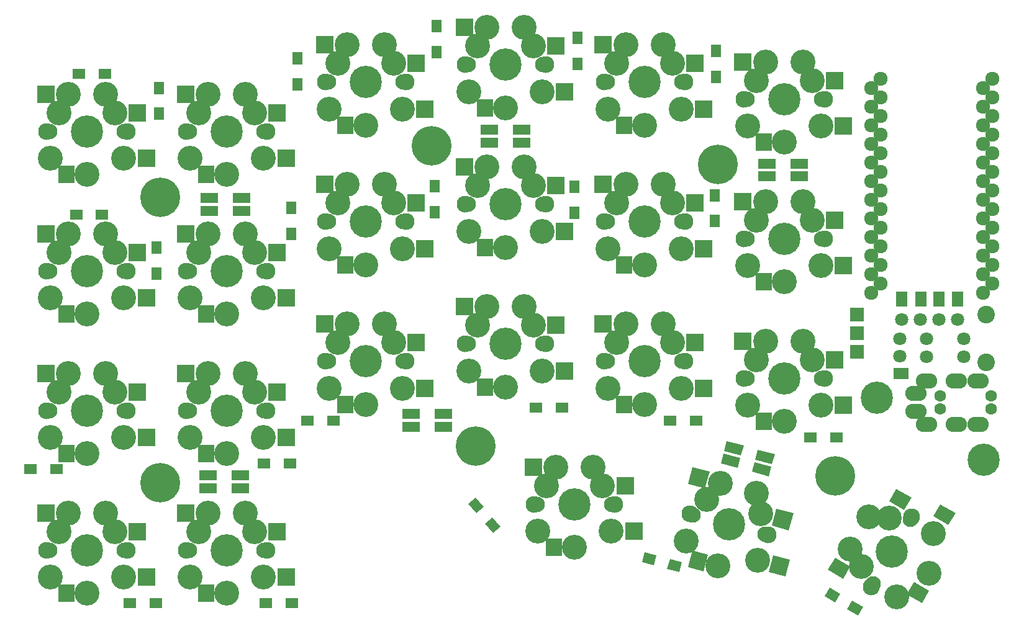
<source format=gts>
%TF.GenerationSoftware,KiCad,Pcbnew,(5.1.6-0-10_14)*%
%TF.CreationDate,2020-07-07T23:00:58+09:00*%
%TF.ProjectId,corne-cherry,636f726e-652d-4636-9865-7272792e6b69,rev?*%
%TF.SameCoordinates,Original*%
%TF.FileFunction,Soldermask,Top*%
%TF.FilePolarity,Negative*%
%FSLAX46Y46*%
G04 Gerber Fmt 4.6, Leading zero omitted, Abs format (unit mm)*
G04 Created by KiCad (PCBNEW (5.1.6-0-10_14)) date 2020-07-07 23:00:58*
%MOMM*%
%LPD*%
G01*
G04 APERTURE LIST*
%ADD10C,3.400000*%
%ADD11C,2.100000*%
%ADD12C,2.300000*%
%ADD13C,4.400000*%
%ADD14R,2.400000X2.400000*%
%ADD15R,2.200000X2.400000*%
%ADD16C,5.400000*%
%ADD17C,1.600000*%
%ADD18O,2.900000X2.100000*%
%ADD19C,1.797000*%
%ADD20R,1.924000X1.924000*%
%ADD21R,0.781000X0.781000*%
%ADD22R,1.035000X1.543000*%
%ADD23R,1.543000X1.035000*%
%ADD24R,2.400000X1.400000*%
%ADD25C,0.100000*%
%ADD26C,2.400000*%
%ADD27C,0.500000*%
%ADD28C,1.924000*%
%ADD29R,1.700000X1.350000*%
%ADD30R,1.350000X1.700000*%
G04 APERTURE END LIST*
D10*
%TO.C,SW9*%
X80590000Y-57660000D03*
D11*
X79320000Y-60200000D03*
X89480000Y-60200000D03*
D12*
X89900000Y-60200000D03*
X78900000Y-60200000D03*
D13*
X84400000Y-60200000D03*
D10*
X86940000Y-55120000D03*
X84400000Y-66100000D03*
X79400000Y-63900000D03*
D14*
X92500000Y-63900000D03*
D15*
X81600000Y-66100000D03*
D10*
X89400000Y-63900000D03*
D14*
X91300000Y-57660000D03*
D10*
X81860000Y-55120000D03*
X88210000Y-57660000D03*
D14*
X78800000Y-55120000D03*
%TD*%
D13*
%TO.C,*%
X154120000Y-84240000D03*
%TD*%
%TO.C,*%
X168650000Y-92720000D03*
%TD*%
D16*
%TO.C,Ref\u002A\u002A*%
X93400000Y-49850000D03*
%TD*%
%TO.C,Ref\u002A\u002A*%
X56400000Y-56850000D03*
%TD*%
%TO.C,Ref\u002A\u002A*%
X56400000Y-95850000D03*
%TD*%
%TO.C,Ref\u002A\u002A*%
X99400000Y-90850000D03*
%TD*%
%TO.C,Ref\u002A\u002A*%
X148400000Y-94850000D03*
%TD*%
%TO.C,Ref\u002A\u002A*%
X132400000Y-52350000D03*
%TD*%
D17*
%TO.C,J1*%
X162700000Y-84000000D03*
X169700000Y-84000000D03*
D18*
X160900000Y-81900000D03*
X159400000Y-86100000D03*
X167900000Y-81900000D03*
X164900000Y-81900000D03*
D17*
X169700000Y-85750000D03*
X162700000Y-85750000D03*
D18*
X167900000Y-87850000D03*
X164900000Y-87850000D03*
X160900000Y-87850000D03*
X159400000Y-83650000D03*
%TD*%
D19*
%TO.C,J2*%
X157500000Y-73550000D03*
X160040000Y-73550000D03*
X162580000Y-73550000D03*
X165120000Y-73550000D03*
%TD*%
D20*
%TO.C,J3*%
X151400000Y-77930000D03*
X151400000Y-75390000D03*
X151400000Y-72850000D03*
%TD*%
D21*
%TO.C,JP1*%
X157400000Y-80950000D03*
D22*
X157900380Y-80950000D03*
X156899620Y-80950000D03*
%TD*%
D23*
%TO.C,JP6*%
X165100000Y-71250380D03*
X165100000Y-70249620D03*
%TD*%
%TO.C,JP7*%
X162600000Y-70249620D03*
X162600000Y-71250380D03*
%TD*%
%TO.C,JP8*%
X160100000Y-71250380D03*
X160100000Y-70249620D03*
%TD*%
%TO.C,JP9*%
X157500000Y-70249620D03*
X157500000Y-71250380D03*
%TD*%
D24*
%TO.C,L22*%
X67500000Y-56975000D03*
X67500000Y-58725000D03*
X63100000Y-56975000D03*
X63100000Y-58725000D03*
%TD*%
%TO.C,L23*%
X101300000Y-49375000D03*
X101300000Y-47625000D03*
X105700000Y-49375000D03*
X105700000Y-47625000D03*
%TD*%
%TO.C,L24*%
X143500000Y-52275000D03*
X143500000Y-54025000D03*
X139100000Y-52275000D03*
X139100000Y-54025000D03*
%TD*%
%TO.C,L25*%
X67300000Y-94800000D03*
X67300000Y-96550000D03*
X62900000Y-94800000D03*
X62900000Y-96550000D03*
%TD*%
%TO.C,L26*%
X95000000Y-86450000D03*
X95000000Y-88200000D03*
X90600000Y-86450000D03*
X90600000Y-88200000D03*
%TD*%
D25*
%TO.C,L27*%
G36*
X132808213Y-93191348D02*
G01*
X133170559Y-91839052D01*
X135488781Y-92460218D01*
X135126435Y-93812514D01*
X132808213Y-93191348D01*
G37*
G36*
X133261146Y-91500978D02*
G01*
X133623492Y-90148682D01*
X135941714Y-90769848D01*
X135579368Y-92122144D01*
X133261146Y-91500978D01*
G37*
G36*
X137058286Y-94330152D02*
G01*
X137420632Y-92977856D01*
X139738854Y-93599022D01*
X139376508Y-94951318D01*
X137058286Y-94330152D01*
G37*
G36*
X137511219Y-92639782D02*
G01*
X137873565Y-91287486D01*
X140191787Y-91908652D01*
X139829441Y-93260948D01*
X137511219Y-92639782D01*
G37*
%TD*%
D19*
%TO.C,P1*%
X157200000Y-76150000D03*
%TD*%
%TO.C,P2*%
X157200000Y-78550000D03*
%TD*%
%TO.C,R1*%
X165940000Y-76150000D03*
X160860000Y-76150000D03*
%TD*%
%TO.C,R2*%
X160860000Y-78650000D03*
X165940000Y-78650000D03*
%TD*%
D26*
%TO.C,RSW1*%
X169000000Y-72900000D03*
X169000000Y-79400000D03*
%TD*%
D10*
%TO.C,SW1*%
X42590000Y-45310000D03*
D11*
X41320000Y-47850000D03*
X51480000Y-47850000D03*
D12*
X51900000Y-47850000D03*
X40900000Y-47850000D03*
D13*
X46400000Y-47850000D03*
D10*
X48940000Y-42770000D03*
X46400000Y-53750000D03*
X41400000Y-51550000D03*
D14*
X54500000Y-51550000D03*
D15*
X43600000Y-53750000D03*
D10*
X51400000Y-51550000D03*
D14*
X53300000Y-45310000D03*
D10*
X43860000Y-42770000D03*
X50210000Y-45310000D03*
D14*
X40800000Y-42770000D03*
%TD*%
%TO.C,SW2*%
X59850000Y-42770000D03*
D10*
X69260000Y-45310000D03*
X62910000Y-42770000D03*
D14*
X72350000Y-45310000D03*
D10*
X70450000Y-51550000D03*
D15*
X62650000Y-53750000D03*
D14*
X73550000Y-51550000D03*
D10*
X60450000Y-51550000D03*
X65450000Y-53750000D03*
X67990000Y-42770000D03*
D13*
X65450000Y-47850000D03*
D12*
X59950000Y-47850000D03*
X70950000Y-47850000D03*
D11*
X70530000Y-47850000D03*
X60370000Y-47850000D03*
D10*
X61640000Y-45310000D03*
%TD*%
%TO.C,SW3*%
X80590000Y-38610000D03*
D11*
X79320000Y-41150000D03*
X89480000Y-41150000D03*
D12*
X89900000Y-41150000D03*
X78900000Y-41150000D03*
D13*
X84400000Y-41150000D03*
D10*
X86940000Y-36070000D03*
X84400000Y-47050000D03*
X79400000Y-44850000D03*
D14*
X92500000Y-44850000D03*
D15*
X81600000Y-47050000D03*
D10*
X89400000Y-44850000D03*
D14*
X91300000Y-38610000D03*
D10*
X81860000Y-36070000D03*
X88210000Y-38610000D03*
D14*
X78800000Y-36070000D03*
%TD*%
%TO.C,SW4*%
X97850000Y-33670000D03*
D10*
X107260000Y-36210000D03*
X100910000Y-33670000D03*
D14*
X110350000Y-36210000D03*
D10*
X108450000Y-42450000D03*
D15*
X100650000Y-44650000D03*
D14*
X111550000Y-42450000D03*
D10*
X98450000Y-42450000D03*
X103450000Y-44650000D03*
X105990000Y-33670000D03*
D13*
X103450000Y-38750000D03*
D12*
X97950000Y-38750000D03*
X108950000Y-38750000D03*
D11*
X108530000Y-38750000D03*
X98370000Y-38750000D03*
D10*
X99640000Y-36210000D03*
%TD*%
%TO.C,SW5*%
X118590000Y-38610000D03*
D11*
X117320000Y-41150000D03*
X127480000Y-41150000D03*
D12*
X127900000Y-41150000D03*
X116900000Y-41150000D03*
D13*
X122400000Y-41150000D03*
D10*
X124940000Y-36070000D03*
X122400000Y-47050000D03*
X117400000Y-44850000D03*
D14*
X130500000Y-44850000D03*
D15*
X119600000Y-47050000D03*
D10*
X127400000Y-44850000D03*
D14*
X129300000Y-38610000D03*
D10*
X119860000Y-36070000D03*
X126210000Y-38610000D03*
D14*
X116800000Y-36070000D03*
%TD*%
%TO.C,SW6*%
X135850000Y-38370000D03*
D10*
X145260000Y-40910000D03*
X138910000Y-38370000D03*
D14*
X148350000Y-40910000D03*
D10*
X146450000Y-47150000D03*
D15*
X138650000Y-49350000D03*
D14*
X149550000Y-47150000D03*
D10*
X136450000Y-47150000D03*
X141450000Y-49350000D03*
X143990000Y-38370000D03*
D13*
X141450000Y-43450000D03*
D12*
X135950000Y-43450000D03*
X146950000Y-43450000D03*
D11*
X146530000Y-43450000D03*
X136370000Y-43450000D03*
D10*
X137640000Y-40910000D03*
%TD*%
%TO.C,SW7*%
X42590000Y-64360000D03*
D11*
X41320000Y-66900000D03*
X51480000Y-66900000D03*
D12*
X51900000Y-66900000D03*
X40900000Y-66900000D03*
D13*
X46400000Y-66900000D03*
D10*
X48940000Y-61820000D03*
X46400000Y-72800000D03*
X41400000Y-70600000D03*
D14*
X54500000Y-70600000D03*
D15*
X43600000Y-72800000D03*
D10*
X51400000Y-70600000D03*
D14*
X53300000Y-64360000D03*
D10*
X43860000Y-61820000D03*
X50210000Y-64360000D03*
D14*
X40800000Y-61820000D03*
%TD*%
%TO.C,SW8*%
X59850000Y-61820000D03*
D10*
X69260000Y-64360000D03*
X62910000Y-61820000D03*
D14*
X72350000Y-64360000D03*
D10*
X70450000Y-70600000D03*
D15*
X62650000Y-72800000D03*
D14*
X73550000Y-70600000D03*
D10*
X60450000Y-70600000D03*
X65450000Y-72800000D03*
X67990000Y-61820000D03*
D13*
X65450000Y-66900000D03*
D12*
X59950000Y-66900000D03*
X70950000Y-66900000D03*
D11*
X70530000Y-66900000D03*
X60370000Y-66900000D03*
D10*
X61640000Y-64360000D03*
%TD*%
D14*
%TO.C,SW10*%
X97850000Y-52720000D03*
D10*
X107260000Y-55260000D03*
X100910000Y-52720000D03*
D14*
X110350000Y-55260000D03*
D10*
X108450000Y-61500000D03*
D15*
X100650000Y-63700000D03*
D14*
X111550000Y-61500000D03*
D10*
X98450000Y-61500000D03*
X103450000Y-63700000D03*
X105990000Y-52720000D03*
D13*
X103450000Y-57800000D03*
D12*
X97950000Y-57800000D03*
X108950000Y-57800000D03*
D11*
X108530000Y-57800000D03*
X98370000Y-57800000D03*
D10*
X99640000Y-55260000D03*
%TD*%
%TO.C,SW11*%
X118590000Y-57660000D03*
D11*
X117320000Y-60200000D03*
X127480000Y-60200000D03*
D12*
X127900000Y-60200000D03*
X116900000Y-60200000D03*
D13*
X122400000Y-60200000D03*
D10*
X124940000Y-55120000D03*
X122400000Y-66100000D03*
X117400000Y-63900000D03*
D14*
X130500000Y-63900000D03*
D15*
X119600000Y-66100000D03*
D10*
X127400000Y-63900000D03*
D14*
X129300000Y-57660000D03*
D10*
X119860000Y-55120000D03*
X126210000Y-57660000D03*
D14*
X116800000Y-55120000D03*
%TD*%
%TO.C,SW12*%
X135850000Y-57420000D03*
D10*
X145260000Y-59960000D03*
X138910000Y-57420000D03*
D14*
X148350000Y-59960000D03*
D10*
X146450000Y-66200000D03*
D15*
X138650000Y-68400000D03*
D14*
X149550000Y-66200000D03*
D10*
X136450000Y-66200000D03*
X141450000Y-68400000D03*
X143990000Y-57420000D03*
D13*
X141450000Y-62500000D03*
D12*
X135950000Y-62500000D03*
X146950000Y-62500000D03*
D11*
X146530000Y-62500000D03*
X136370000Y-62500000D03*
D10*
X137640000Y-59960000D03*
%TD*%
%TO.C,SW13*%
X42590000Y-83410000D03*
D11*
X41320000Y-85950000D03*
X51480000Y-85950000D03*
D12*
X51900000Y-85950000D03*
X40900000Y-85950000D03*
D13*
X46400000Y-85950000D03*
D10*
X48940000Y-80870000D03*
X46400000Y-91850000D03*
X41400000Y-89650000D03*
D14*
X54500000Y-89650000D03*
D15*
X43600000Y-91850000D03*
D10*
X51400000Y-89650000D03*
D14*
X53300000Y-83410000D03*
D10*
X43860000Y-80870000D03*
X50210000Y-83410000D03*
D14*
X40800000Y-80870000D03*
%TD*%
%TO.C,SW14*%
X59850000Y-80870000D03*
D10*
X69260000Y-83410000D03*
X62910000Y-80870000D03*
D14*
X72350000Y-83410000D03*
D10*
X70450000Y-89650000D03*
D15*
X62650000Y-91850000D03*
D14*
X73550000Y-89650000D03*
D10*
X60450000Y-89650000D03*
X65450000Y-91850000D03*
X67990000Y-80870000D03*
D13*
X65450000Y-85950000D03*
D12*
X59950000Y-85950000D03*
X70950000Y-85950000D03*
D11*
X70530000Y-85950000D03*
X60370000Y-85950000D03*
D10*
X61640000Y-83410000D03*
%TD*%
%TO.C,SW15*%
X80590000Y-76710000D03*
D11*
X79320000Y-79250000D03*
X89480000Y-79250000D03*
D12*
X89900000Y-79250000D03*
X78900000Y-79250000D03*
D13*
X84400000Y-79250000D03*
D10*
X86940000Y-74170000D03*
X84400000Y-85150000D03*
X79400000Y-82950000D03*
D14*
X92500000Y-82950000D03*
D15*
X81600000Y-85150000D03*
D10*
X89400000Y-82950000D03*
D14*
X91300000Y-76710000D03*
D10*
X81860000Y-74170000D03*
X88210000Y-76710000D03*
D14*
X78800000Y-74170000D03*
%TD*%
%TO.C,SW16*%
X97850000Y-71770000D03*
D10*
X107260000Y-74310000D03*
X100910000Y-71770000D03*
D14*
X110350000Y-74310000D03*
D10*
X108450000Y-80550000D03*
D15*
X100650000Y-82750000D03*
D14*
X111550000Y-80550000D03*
D10*
X98450000Y-80550000D03*
X103450000Y-82750000D03*
X105990000Y-71770000D03*
D13*
X103450000Y-76850000D03*
D12*
X97950000Y-76850000D03*
X108950000Y-76850000D03*
D11*
X108530000Y-76850000D03*
X98370000Y-76850000D03*
D10*
X99640000Y-74310000D03*
%TD*%
%TO.C,SW17*%
X118590000Y-76710000D03*
D11*
X117320000Y-79250000D03*
X127480000Y-79250000D03*
D12*
X127900000Y-79250000D03*
X116900000Y-79250000D03*
D13*
X122400000Y-79250000D03*
D10*
X124940000Y-74170000D03*
X122400000Y-85150000D03*
X117400000Y-82950000D03*
D14*
X130500000Y-82950000D03*
D15*
X119600000Y-85150000D03*
D10*
X127400000Y-82950000D03*
D14*
X129300000Y-76710000D03*
D10*
X119860000Y-74170000D03*
X126210000Y-76710000D03*
D14*
X116800000Y-74170000D03*
%TD*%
%TO.C,SW18*%
X135850000Y-76470000D03*
D10*
X145260000Y-79010000D03*
X138910000Y-76470000D03*
D14*
X148350000Y-79010000D03*
D10*
X146450000Y-85250000D03*
D15*
X138650000Y-87450000D03*
D14*
X149550000Y-85250000D03*
D10*
X136450000Y-85250000D03*
X141450000Y-87450000D03*
X143990000Y-76470000D03*
D13*
X141450000Y-81550000D03*
D12*
X135950000Y-81550000D03*
X146950000Y-81550000D03*
D11*
X146530000Y-81550000D03*
X136370000Y-81550000D03*
D10*
X137640000Y-79010000D03*
%TD*%
%TO.C,SW19*%
X42590000Y-102460000D03*
D11*
X41320000Y-105000000D03*
X51480000Y-105000000D03*
D12*
X51900000Y-105000000D03*
X40900000Y-105000000D03*
D13*
X46400000Y-105000000D03*
D10*
X48940000Y-99920000D03*
X46400000Y-110900000D03*
X41400000Y-108700000D03*
D14*
X54500000Y-108700000D03*
D15*
X43600000Y-110900000D03*
D10*
X51400000Y-108700000D03*
D14*
X53300000Y-102460000D03*
D10*
X43860000Y-99920000D03*
X50210000Y-102460000D03*
D14*
X40800000Y-99920000D03*
%TD*%
%TO.C,SW20*%
X59850000Y-99920000D03*
D10*
X69260000Y-102460000D03*
X62910000Y-99920000D03*
D14*
X72350000Y-102460000D03*
D10*
X70450000Y-108700000D03*
D15*
X62650000Y-110900000D03*
D14*
X73550000Y-108700000D03*
D10*
X60450000Y-108700000D03*
X65450000Y-110900000D03*
X67990000Y-99920000D03*
D13*
X65450000Y-105000000D03*
D12*
X59950000Y-105000000D03*
X70950000Y-105000000D03*
D11*
X70530000Y-105000000D03*
X60370000Y-105000000D03*
D10*
X61640000Y-102460000D03*
%TD*%
%TO.C,SW21*%
X109090000Y-96210000D03*
D11*
X107820000Y-98750000D03*
X117980000Y-98750000D03*
D12*
X118400000Y-98750000D03*
X107400000Y-98750000D03*
D13*
X112900000Y-98750000D03*
D10*
X115440000Y-93670000D03*
X112900000Y-104650000D03*
X107900000Y-102450000D03*
D14*
X121000000Y-102450000D03*
D15*
X110100000Y-104650000D03*
D10*
X117900000Y-102450000D03*
D14*
X119800000Y-96210000D03*
D10*
X110360000Y-93670000D03*
X116710000Y-96210000D03*
D14*
X107300000Y-93670000D03*
%TD*%
D25*
%TO.C,SW22*%
G36*
X131307058Y-94294685D02*
G01*
X130685892Y-96612907D01*
X128367670Y-95991741D01*
X128988836Y-93673519D01*
X131307058Y-94294685D01*
G37*
D10*
X138269326Y-100032152D03*
X132793097Y-95935199D03*
D25*
G36*
X142723731Y-99983375D02*
G01*
X142102565Y-102301597D01*
X139784343Y-101680431D01*
X140405509Y-99362209D01*
X142723731Y-99983375D01*
G37*
D10*
X137803747Y-106367524D03*
D25*
G36*
X131073224Y-105599362D02*
G01*
X130452059Y-107917584D01*
X128327022Y-107348182D01*
X128948187Y-105029960D01*
X131073224Y-105599362D01*
G37*
G36*
X142267811Y-106321335D02*
G01*
X141646645Y-108639557D01*
X139328423Y-108018391D01*
X139949589Y-105700169D01*
X142267811Y-106321335D01*
G37*
D10*
X128144488Y-103779333D03*
X132404716Y-107198465D03*
X137700000Y-97250000D03*
D13*
X133931748Y-101499503D03*
D12*
X128619156Y-100075998D03*
X139244340Y-102923008D03*
D11*
X138838651Y-102814304D03*
X129024845Y-100184702D03*
D10*
X130908971Y-98059951D03*
%TD*%
%TO.C,SW23*%
X151995295Y-107279557D03*
D11*
X153560000Y-109649409D03*
X158640000Y-100850591D03*
D12*
X158850000Y-100486860D03*
X153350000Y-110013140D03*
D13*
X156100000Y-105250000D03*
D10*
X152970591Y-100510295D03*
D27*
X151953154Y-107272547D03*
D10*
X161209550Y-108200000D03*
X156804294Y-111430127D03*
D25*
G36*
X162740064Y-98749073D02*
G01*
X164818524Y-99949073D01*
X163868524Y-101594521D01*
X161790064Y-100394521D01*
X162740064Y-98749073D01*
G37*
G36*
X159145320Y-109375352D02*
G01*
X161223780Y-110575352D01*
X160273780Y-112220800D01*
X158195320Y-111020800D01*
X159145320Y-109375352D01*
G37*
D10*
X161804294Y-102769873D03*
D27*
X155778154Y-100647453D03*
D25*
G36*
X156736065Y-96668303D02*
G01*
X158814525Y-97868303D01*
X157864525Y-99513751D01*
X155786065Y-98313751D01*
X156736065Y-96668303D01*
G37*
D10*
X150430591Y-104909705D03*
X155805295Y-100680443D03*
D25*
G36*
X148386361Y-106050416D02*
G01*
X150464821Y-107250416D01*
X149514821Y-108895864D01*
X147436361Y-107695864D01*
X148386361Y-106050416D01*
G37*
D10*
X155805295Y-100680443D03*
%TD*%
D28*
%TO.C,U1*%
X168550000Y-41942000D03*
X168550000Y-44482000D03*
X168550000Y-47022000D03*
X168550000Y-49562000D03*
X168550000Y-52102000D03*
X168550000Y-54642000D03*
X168550000Y-57182000D03*
X168550000Y-59722000D03*
X168550000Y-62262000D03*
X168550000Y-64802000D03*
X168550000Y-67342000D03*
X168550000Y-69882000D03*
X153310000Y-69882000D03*
X153310000Y-67342000D03*
X153310000Y-64802000D03*
X153310000Y-62262000D03*
X153310000Y-59722000D03*
X153310000Y-57182000D03*
X153310000Y-54642000D03*
X153310000Y-52102000D03*
X153310000Y-49562000D03*
X153310000Y-47022000D03*
X153310000Y-44482000D03*
X153310000Y-41942000D03*
X169856400Y-40672000D03*
X169856400Y-43212000D03*
X169856400Y-45752000D03*
X169856400Y-48292000D03*
X169856400Y-50832000D03*
X169856400Y-53372000D03*
X169856400Y-55912000D03*
X169856400Y-58452000D03*
X169856400Y-60992000D03*
X169856400Y-63532000D03*
X169856400Y-66072000D03*
X169856400Y-68612000D03*
X154636400Y-68612000D03*
X154636400Y-66072000D03*
X154636400Y-63532000D03*
X154636400Y-60992000D03*
X154636400Y-58452000D03*
X154636400Y-55912000D03*
X154636400Y-53372000D03*
X154636400Y-50832000D03*
X154636400Y-48292000D03*
X154636400Y-45752000D03*
X154636400Y-43212000D03*
X154636400Y-40672000D03*
%TD*%
D29*
%TO.C,D1*%
X45325000Y-40000000D03*
X48875000Y-40000000D03*
%TD*%
D30*
%TO.C,D2*%
X56200000Y-41925000D03*
X56200000Y-45475000D03*
%TD*%
%TO.C,D3*%
X75100000Y-41475000D03*
X75100000Y-37925000D03*
%TD*%
%TO.C,D4*%
X94100000Y-33525000D03*
X94100000Y-37075000D03*
%TD*%
%TO.C,D5*%
X113300000Y-38675000D03*
X113300000Y-35125000D03*
%TD*%
%TO.C,D6*%
X132200000Y-36925000D03*
X132200000Y-40475000D03*
%TD*%
D29*
%TO.C,D7*%
X44925000Y-59200000D03*
X48475000Y-59200000D03*
%TD*%
D30*
%TO.C,D8*%
X55900000Y-63725000D03*
X55900000Y-67275000D03*
%TD*%
%TO.C,D9*%
X74300000Y-58325000D03*
X74300000Y-61875000D03*
%TD*%
%TO.C,D10*%
X93800000Y-58875000D03*
X93800000Y-55325000D03*
%TD*%
%TO.C,D11*%
X112900000Y-55425000D03*
X112900000Y-58975000D03*
%TD*%
%TO.C,D12*%
X132000000Y-56575000D03*
X132000000Y-60125000D03*
%TD*%
D29*
%TO.C,D13*%
X38725000Y-93950000D03*
X42275000Y-93950000D03*
%TD*%
%TO.C,D14*%
X74075000Y-93150000D03*
X70525000Y-93150000D03*
%TD*%
%TO.C,D15*%
X76425000Y-87350000D03*
X79975000Y-87350000D03*
%TD*%
%TO.C,D16*%
X111175000Y-85550000D03*
X107625000Y-85550000D03*
%TD*%
%TO.C,D17*%
X125925000Y-87350000D03*
X129475000Y-87350000D03*
%TD*%
%TO.C,D18*%
X148575000Y-89650000D03*
X145025000Y-89650000D03*
%TD*%
%TO.C,D19*%
X52225000Y-112250000D03*
X55775000Y-112250000D03*
%TD*%
%TO.C,D20*%
X74375000Y-112250000D03*
X70825000Y-112250000D03*
%TD*%
D25*
%TO.C,D21*%
G36*
X100522501Y-99107527D02*
G01*
X99488341Y-99975290D01*
X98395603Y-98673015D01*
X99429763Y-97805252D01*
X100522501Y-99107527D01*
G37*
G36*
X102804397Y-101826985D02*
G01*
X101770237Y-102694748D01*
X100677499Y-101392473D01*
X101711659Y-100524710D01*
X102804397Y-101826985D01*
G37*
%TD*%
%TO.C,D22*%
G36*
X149136427Y-111002933D02*
G01*
X148461427Y-112172067D01*
X146989183Y-111322067D01*
X147664183Y-110152933D01*
X149136427Y-111002933D01*
G37*
G36*
X152210817Y-112777933D02*
G01*
X151535817Y-113947067D01*
X150063573Y-113097067D01*
X150738573Y-111927933D01*
X152210817Y-112777933D01*
G37*
%TD*%
%TO.C,D23*%
G36*
X127510258Y-106677400D02*
G01*
X127160852Y-107981400D01*
X125518778Y-107541408D01*
X125868184Y-106237408D01*
X127510258Y-106677400D01*
G37*
G36*
X124081222Y-105758592D02*
G01*
X123731816Y-107062592D01*
X122089742Y-106622600D01*
X122439148Y-105318600D01*
X124081222Y-105758592D01*
G37*
%TD*%
M02*

</source>
